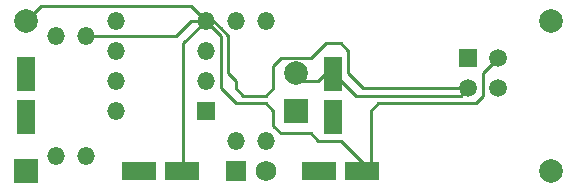
<source format=gbl>
G04 (created by PCBNEW (22-Jun-2014 BZR 4027)-stable) date Sat 28 Apr 2018 01:21:47 AM CDT*
%MOIN*%
G04 Gerber Fmt 3.4, Leading zero omitted, Abs format*
%FSLAX34Y34*%
G01*
G70*
G90*
G04 APERTURE LIST*
%ADD10C,0.00590551*%
%ADD11R,0.059X0.059*%
%ADD12C,0.059*%
%ADD13O,0.059X0.059*%
%ADD14R,0.059X0.114*%
%ADD15R,0.114X0.059*%
%ADD16R,0.069X0.069*%
%ADD17C,0.069*%
%ADD18C,0.079*%
%ADD19R,0.079X0.079*%
%ADD20C,0.01*%
G04 APERTURE END LIST*
G54D10*
G54D11*
X79750Y-55250D03*
G54D12*
X80750Y-56250D03*
X80750Y-55250D03*
X79750Y-56250D03*
G54D13*
X66000Y-54500D03*
X66000Y-58500D03*
X67000Y-58500D03*
X67000Y-54500D03*
X72000Y-54000D03*
X72000Y-58000D03*
G54D11*
X71000Y-57000D03*
G54D13*
X71000Y-56000D03*
X71000Y-55000D03*
X71000Y-54000D03*
X68000Y-54000D03*
X68000Y-55000D03*
X68000Y-57000D03*
X68000Y-56000D03*
G54D14*
X75250Y-57225D03*
X75250Y-55775D03*
X65000Y-55775D03*
X65000Y-57225D03*
G54D15*
X68775Y-59000D03*
X70225Y-59000D03*
X74775Y-59000D03*
X76225Y-59000D03*
G54D13*
X73000Y-58000D03*
X73000Y-54000D03*
G54D16*
X72000Y-59000D03*
G54D17*
X73000Y-59000D03*
G54D18*
X65000Y-54000D03*
G54D19*
X65000Y-59000D03*
G54D18*
X82500Y-59000D03*
X82500Y-54000D03*
X74000Y-55750D03*
G54D19*
X74000Y-57000D03*
G54D20*
X80000Y-56750D02*
X80250Y-56500D01*
X76750Y-56750D02*
X80000Y-56750D01*
X76500Y-57000D02*
X76750Y-56750D01*
X76500Y-59000D02*
X76500Y-57000D01*
X80250Y-55750D02*
X80750Y-55250D01*
X80250Y-56500D02*
X80250Y-55750D01*
X79250Y-56500D02*
X79500Y-56500D01*
X79500Y-56500D02*
X79750Y-56250D01*
X79000Y-56250D02*
X79750Y-56250D01*
X79000Y-56250D02*
X76250Y-56250D01*
X76250Y-56250D02*
X75750Y-55750D01*
X75750Y-55750D02*
X75750Y-55250D01*
X75750Y-55250D02*
X75750Y-55000D01*
X75750Y-55000D02*
X75500Y-54750D01*
X75500Y-54750D02*
X75000Y-54750D01*
X75000Y-54750D02*
X74500Y-55250D01*
X74500Y-55250D02*
X73500Y-55250D01*
X73500Y-55250D02*
X73250Y-55500D01*
X73250Y-55500D02*
X73250Y-56250D01*
X73250Y-56250D02*
X73000Y-56500D01*
X73000Y-56500D02*
X72250Y-56500D01*
X72250Y-56500D02*
X72000Y-56250D01*
X72000Y-56250D02*
X72000Y-56000D01*
X71750Y-55750D02*
X72000Y-56000D01*
X71750Y-54500D02*
X71750Y-55750D01*
X71500Y-54250D02*
X71750Y-54500D01*
X71250Y-54000D02*
X71500Y-54250D01*
X71000Y-54000D02*
X71250Y-54000D01*
X75250Y-55750D02*
X75250Y-55500D01*
X76000Y-56500D02*
X75250Y-55750D01*
X79250Y-56500D02*
X76000Y-56500D01*
X71000Y-54000D02*
X71500Y-54500D01*
X75500Y-58000D02*
X76500Y-59000D01*
X74750Y-58000D02*
X75500Y-58000D01*
X74500Y-57750D02*
X74750Y-58000D01*
X73500Y-57750D02*
X74500Y-57750D01*
X73250Y-57500D02*
X73500Y-57750D01*
X73250Y-57000D02*
X73250Y-57500D01*
X73000Y-56750D02*
X73250Y-57000D01*
X72000Y-56750D02*
X73000Y-56750D01*
X71500Y-56250D02*
X72000Y-56750D01*
X71500Y-56000D02*
X71500Y-56250D01*
X71500Y-54500D02*
X71500Y-56000D01*
X74000Y-56000D02*
X74750Y-56000D01*
X74750Y-56000D02*
X75250Y-55500D01*
X70500Y-59000D02*
X70250Y-58750D01*
X70250Y-54750D02*
X71000Y-54000D01*
X70250Y-58750D02*
X70250Y-54750D01*
X67000Y-54500D02*
X70000Y-54500D01*
X70000Y-54500D02*
X70500Y-54000D01*
X70500Y-54000D02*
X71000Y-54000D01*
X65000Y-54000D02*
X65500Y-53500D01*
X70500Y-53500D02*
X71000Y-54000D01*
X65500Y-53500D02*
X70500Y-53500D01*
M02*

</source>
